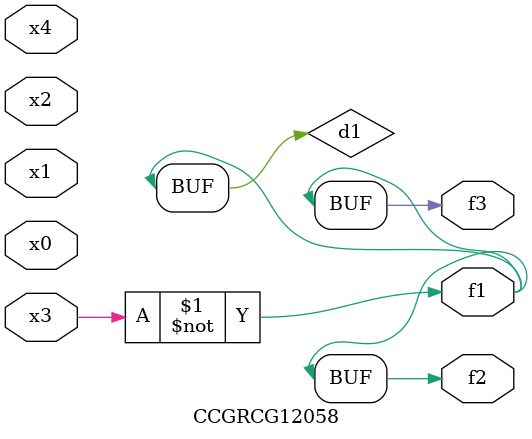
<source format=v>
module CCGRCG12058(
	input x0, x1, x2, x3, x4,
	output f1, f2, f3
);

	wire d1, d2;

	xnor (d1, x3);
	not (d2, x1);
	assign f1 = d1;
	assign f2 = d1;
	assign f3 = d1;
endmodule

</source>
